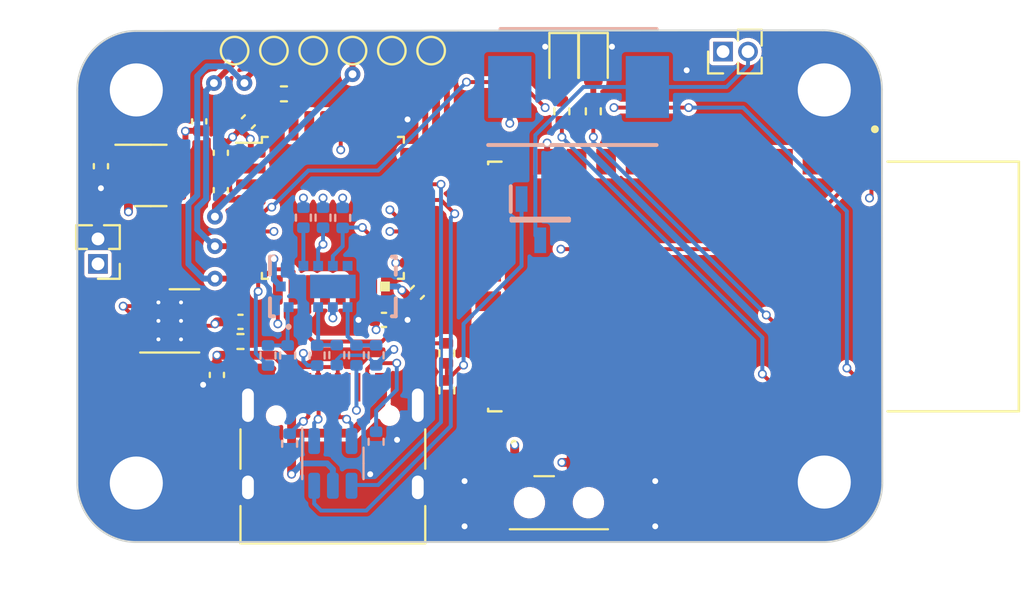
<source format=kicad_pcb>
(kicad_pcb (version 20240108) (generator "pcbnew") (generator_version "8.0")
  (layers (0 "F.Cu" signal) (1 "In1.Cu" signal) (2 "In2.Cu" signal) (31 "B.Cu" signal) (34 "B.Paste" user) (35 "F.Paste" user) (36 "B.SilkS" user "B.Silkscreen") (37 "F.SilkS" user "F.Silkscreen") (38 "B.Mask" user) (39 "F.Mask" user) (44 "Edge.Cuts" user))
  (net 0 "")
  (net 1 "GND")
  (net 2 "/STM32/NRST")
  (net 3 "+3.3V")
  (net 4 "+5V")
  (net 5 "+BATT")
  (net 6 "Net-(D501-A)")
  (net 7 "Net-(D502-A)")
  (net 8 "/MOTOR/MOTOR")
  (net 9 "/POWER/BAT")
  (net 11 "Net-(IC301-PROG)")
  (net 14 "Net-(IC401-I2C_RST_1)")
  (net 15 "Net-(IC401-INT)")
  (net 16 "Net-(IC401-LPN)")
  (net 17 "Net-(IC401-RSVD6)")
  (net 18 "/SENSORS/I2C3_SDA")
  (net 19 "/SENSORS/I2C3_SCL")
  (net 21 "Net-(J302-CC1)")
  (net 22 "Net-(J302-D+-PadA6)")
  (net 23 "Net-(J302-D--PadA7)")
  (net 25 "Net-(J302-CC2)")
  (net 27 "Net-(Q601-G)")
  (net 28 "/STM32/BOOT0")
  (net 29 "/SENSORS/TOF_INT")
  (net 30 "/SENSORS/TOF_LPn")
  (net 31 "/SENSORS/TOF_I2C_RST")
  (net 32 "/BLUETOOTH/LED_1")
  (net 33 "/BLUETOOTH/LED_2")
  (net 34 "/MOTOR/PWM")
  (net 35 "/STM32/SWCLK")
  (net 36 "/STM32/SWDIO")
  (net 39 "/BLUETOOTH/KEY")
  (net 40 "/STM32/USART2_RX")
  (net 41 "/STM32/USART2_TX")
  (net 44 "/BLUETOOTH/USART1_RX")
  (net 45 "/BLUETOOTH/USART1_TX")
  (net 46 "/POWER/USB_DM")
  (net 47 "/POWER/USB_DP")
  (footprint "TestPoint:TestPoint_Pad_D1.0mm" (layer "F.Cu") (at 65 48)
    (property "Reference" "SWDIO201" (hide yes))
    (property "Value" "TestPoint")
  )
  (footprint "Capacitor_SMD:C_0402_1005Metric" (layer "F.Cu") (at 62.6 61.7)
    (property "Reference" "C205" (hide yes))
    (property "Value" "100n")
  )
  (footprint "Connector_USB:USB_C_Receptacle_HRO_TYPE-C-31-M-12" (layer "F.Cu") (at 60 69.17)
    (property "Reference" "J302" (hide yes))
    (property "Value" "USB_C_Receptacle_USB2.0")
  )
  (footprint "Connector_PinHeader_1.27mm:PinHeader_1x02_P1.27mm_Vertical" (layer "F.Cu") (at 48.05 58.85 180)
    (property "Reference" "J301" (hide yes))
    (property "Value" "BATT")
  )
  (footprint "Capacitor_SMD:C_0402_1005Metric" (layer "F.Cu") (at 53.2 51.6 90)
    (property "Reference" "C302" (hide yes))
    (property "Value" "1u")
  )
  (footprint "Package_TO_SOT_SMD:SOT-23-5" (layer "F.Cu") (at 50.7375 54.35)
    (property "Reference" "U301" (hide yes))
    (property "Value" "BU33SD5WG-TR")
  )
  (footprint "Resistor_SMD:R_0402_1005Metric" (layer "F.Cu") (at 55.3 62.8)
    (property "Reference" "R301" (hide yes))
    (property "Value" "1.65k")
  )
  (footprint "TestPoint:TestPoint_Pad_D1.0mm" (layer "F.Cu") (at 59 48)
    (property "Reference" "GND201" (hide yes))
    (property "Value" "TestPoint")
  )
  (footprint "mod:XCVR_HC-05" (layer "F.Cu") (at 81.075 60 -90)
    (property "Reference" "U501" (hide yes))
    (property "Value" "HC-05")
  )
  (footprint "TestPoint:TestPoint_Pad_D1.0mm" (layer "F.Cu") (at 57 48)
    (property "Reference" "USART2_TX201" (hide yes))
    (property "Value" "TestPoint")
  )
  (footprint "MountingHole:MountingHole_2.7mm_M2.5_DIN965_Pad" (layer "F.Cu") (at 50 50)
    (property "Reference" "H101" (hide yes))
    (property "Value" "MountingHole_Pad")
  )
  (footprint "Connector_PinHeader_1.27mm:PinHeader_1x02_P1.27mm_Vertical" (layer "F.Cu") (at 79.85 48.05 90)
    (property "Reference" "J601" (hide yes))
    (property "Value" "MOTOR")
  )
  (footprint "Capacitor_SMD:C_0402_1005Metric" (layer "F.Cu") (at 54.3 53.2 -90)
    (property "Reference" "C202" (hide yes))
    (property "Value" "4.7u")
  )
  (footprint "Resistor_SMD:R_0402_1005Metric" (layer "F.Cu") (at 65.8 63.4 -90)
    (property "Reference" "R601" (hide yes))
    (property "Value" "22")
  )
  (footprint "Resistor_SMD:R_0402_1005Metric" (layer "F.Cu") (at 73.25 51.0875 90)
    (property "Reference" "R502" (hide yes))
    (property "Value" "820")
  )
  (footprint "mod:450404015514" (layer "F.Cu") (at 71.5 71 180)
    (property "Reference" "S**" (hide yes))
    (property "Value" "450404015514" (hide yes))
  )
  (footprint "Capacitor_SMD:C_0402_1005Metric" (layer "F.Cu") (at 64.3 60.3 45)
    (property "Reference" "C204" (hide yes))
    (property "Value" "100n")
  )
  (footprint "MountingHole:MountingHole_2.7mm_M2.5_DIN965_Pad" (layer "F.Cu") (at 85 69.95)
    (property "Reference" "H104" (hide yes))
    (property "Value" "MountingHole_Pad")
  )
  (footprint "LED_SMD:LED_0603_1608Metric" (layer "F.Cu") (at 71.75 48.5875 -90)
    (property "Reference" "D501" (hide yes))
    (property "Value" "LED")
  )
  (footprint "Package_QFP:LQFP-32_7x7mm_P0.8mm" (layer "F.Cu") (at 60 56)
    (property "Reference" "U201" (hide yes))
    (property "Value" "STM32G431KBTx")
  )
  (footprint "Capacitor_SMD:C_0402_1005Metric" (layer "F.Cu") (at 54.1 64.5 -90)
    (property "Reference" "C304" (hide yes))
    (property "Value" "220n")
  )
  (footprint "TestPoint:TestPoint_Pad_D1.0mm" (layer "F.Cu") (at 63 48)
    (property "Reference" "SWCLK201" (hide yes))
    (property "Value" "TestPoint")
  )
  (footprint "Resistor_SMD:R_0402_1005Metric" (layer "F.Cu") (at 65.8 65.29 -90)
    (property "Reference" "R602" (hide yes))
    (property "Value" "10k")
  )
  (footprint "Package_DFN_QFN:DFN-8-1EP_3x3mm_P0.5mm_EP1.65x2.38mm_ThermalVias" (layer "F.Cu") (at 51.7 61.75)
    (property "Reference" "IC301" (hide yes))
    (property "Value" "LTC4058EDD-4.2#PBF")
  )
  (footprint "Resistor_SMD:R_0402_1005Metric" (layer "F.Cu") (at 71.65 51.0875 90)
    (property "Reference" "R501" (hide yes))
    (property "Value" "820")
  )
  (footprint "Capacitor_SMD:C_0402_1005Metric" (layer "F.Cu") (at 55.3 61.8)
    (property "Reference" "C303" (hide yes))
    (property "Value" "1u")
  )
  (footprint "Capacitor_SMD:C_0402_1005Metric" (layer "F.Cu") (at 55.7 51.62 45)
    (property "Reference" "C203" (hide yes))
    (property "Value" "100n")
  )
  (footprint "Capacitor_SMD:C_0402_1005Metric" (layer "F.Cu") (at 48.2 53.88 -90)
    (property "Reference" "C301" (hide yes))
    (property "Value" "1u")
  )
  (footprint "Capacitor_SMD:C_0402_1005Metric" (layer "F.Cu") (at 54.3 55.1 -90)
    (property "Reference" "C201" (hide yes))
    (property "Value" "100n")
  )
  (footprint "LED_SMD:LED_0603_1608Metric" (layer "F.Cu") (at 73.25 48.5875 -90)
    (property "Reference" "D502" (hide yes))
    (property "Value" "LED")
  )
  (footprint "MountingHole:MountingHole_2.7mm_M2.5_DIN965_Pad" (layer "F.Cu") (at 50 70)
    (property "Reference" "H102" (hide yes))
    (property "Value" "MountingHole_Pad")
  )
  (footprint "TestPoint:TestPoint_Pad_D1.0mm" (layer "F.Cu") (at 55 48)
    (property "Reference" "USART2_RX201" (hide yes))
    (property "Value" "TestPoint")
  )
  (footprint "Resistor_SMD:R_0402_1005Metric" (layer "F.Cu") (at 57.51 50.2 180)
    (property "Reference" "R201" (hide yes))
    (property "Value" "100k")
  )
  (footprint "TestPoint:TestPoint_Pad_D1.0mm" (layer "F.Cu") (at 61 48)
    (property "Reference" "NRST201" (hide yes))
    (property "Value" "TestPoint")
  )
  (footprint "MountingHole:MountingHole_2.7mm_M2.5_DIN965_Pad" (layer "F.Cu") (at 85 50)
    (property "Reference" "H103" (hide yes))
    (property "Value" "MountingHole_Pad")
  )
  (footprint "Resistor_SMD:R_0402_1005Metric" (layer "B.Cu") (at 60.5 56.51 -90)
    (property "Reference" "R408" (hide yes))
    (property "Value" "10k")
  )
  (footprint "Resistor_SMD:R_0402_1005Metric" (layer "B.Cu") (at 59.5 56.5 -90)
    (property "Reference" "R409" (hide yes))
    (property "Value" "10k")
  )
  (footprint "Resistor_SMD:R_0402_1005Metric" (layer "B.Cu") (at 62.2 63.5 90)
    (property "Reference" "R404" (hide yes))
    (property "Value" "47k")
  )
  (footprint "Resistor_SMD:R_0402_1005Metric" (layer "B.Cu") (at 61.2 63.5 -90)
    (property "Reference" "R402" (hide yes))
    (property "Value" "1k")
  )
  (footprint "Resistor_SMD:R_0402_1005Metric" (layer "B.Cu") (at 57.8 68 -90)
    (property "Reference" "R302" (hide yes))
    (property "Value" "5.1k")
  )
  (footprint "Resistor_SMD:R_0402_1005Metric" (layer "B.Cu") (at 56.7 63.51 -90)
    (property "Reference" "R405" (hide yes))
    (property "Value" "1k")
  )
  (footprint "Resistor_SMD:R_0402_1005Metric" (layer "B.Cu") (at 57.7 63.51 -90)
    (property "Reference" "R406" (hide yes))
    (property "Value" "47k")
  )
  (footprint "mod:DIOM7959X262N" (layer "B.Cu") (at 72.5 49.85)
    (property "Reference" "D601" (hide yes))
    (property "Value" "VS-30BQ015HM3_9AT" (hide yes))
  )
  (footprint "Resistor_SMD:R_0402_1005Metric" (layer "B.Cu") (at 58.5 56.5 90)
    (property "Reference" "R407" (hide yes))
    (property "Value" "47k")
  )
  (footprint "Resistor_SMD:R_0402_1005Metric" (layer "B.Cu") (at 62.2 67.9 90)
    (property "Reference" "R303" (hide yes))
    (property "Value" "5.1k")
  )
  (footprint "mod:SOT95P237X112-3N" (layer "B.Cu") (at 70.55 56.6 -90)
    (property "Reference" "Q601" (hide yes))
    (property "Value" "SQ2310ES-T1" (hide yes))
  )
  (footprint "mod:VL53L5CX" (layer "B.Cu") (at 60 60 180)
    (property "Reference" "IC**" (hide yes))
    (property "Value" "VL53L5CX" (hide yes))
  )
  (footprint "Package_TO_SOT_SMD:SOT-23-6" (layer "B.Cu") (at 60 69 -90)
    (property "Reference" "U302" (hide yes))
    (property "Value" "WE-TVS-82400102")
  )
  (footprint "Resistor_SMD:R_0402_1005Metric" (layer "B.Cu") (at 59.2 63.51 -90)
    (property "Reference" "R401" (hide yes))
    (property "Value" "1k")
  )
  (footprint "Resistor_SMD:R_0402_1005Metric" (layer "B.Cu") (at 60.2 63.49 90)
    (property "Reference" "R403" (hide yes))
    (property "Value" "47k")
  )
  (gr_arc (start 50 73) (mid 47.87868 72.12132) (end 47 70) (stroke (width 0.1)) (layer "Edge.Cuts"))
  (gr_arc (start 47 50) (mid 47.87868 47.87868) (end 50 47) (stroke (width 0.1)) (layer "Edge.Cuts"))
  (gr_line (start 87.931725 49.978673) (end 87.95 70) (stroke (width 0.1)) (layer "Edge.Cuts"))
  (gr_arc (start 87.95 70) (mid 87.07132 72.12132) (end 84.95 73) (stroke (width 0.1)) (layer "Edge.Cuts"))
  (gr_arc (start 84.921327 46.968275) (mid 87.05 47.85) (end 87.931725 49.978673) (stroke (width 0.1)) (layer "Edge.Cuts"))
  (gr_line (start 50 47) (end 84.921327 46.968275) (stroke (width 0.1)) (layer "Edge.Cuts"))
  (gr_line (start 47 70) (end 47 50) (stroke (width 0.1)) (layer "Edge.Cuts"))
  (gr_line (start 84.95 73) (end 50 73) (stroke (width 0.1)) (layer "Edge.Cuts"))
  (segment (start 54.44 66.04) (end 54.1 65.7) (width 0.45) (layer "F.Cu") (net 1))
  (segment (start 56.75 65.125) (end 56.595 65.125) (width 0.45) (layer "F.Cu") (net 1))
  (segment (start 54.1 64.98) (end 54.1 65.7) (width 0.45) (layer "F.Cu") (net 1))
  (segment (start 63.405 65.125) (end 64.32 66.04) (width 0.45) (layer "F.Cu") (net 1))
  (segment (start 62.8 61) (end 63.08 61.28) (width 0.45) (layer "F.Cu") (net 1))
  (segment (start 56.595 65.125) (end 55.68 66.04) (width 0.45) (layer "F.Cu") (net 1))
  (segment (start 61.2 61.6) (end 61.3 61.7) (width 0.45) (layer "F.Cu") (net 1))
  (segment (start 61.2 60.175) (end 61.2 61.6) (width 0.45) (layer "F.Cu") (net 1))
  (segment (start 63.25 65.125) (end 63.405 65.125) (width 0.45) (layer "F.Cu") (net 1))
  (segment (start 63.08 61.28) (end 63.08 61.7) (width 0.45) (layer "F.Cu") (net 1))
  (segment (start 62.8 60.175) (end 62.8 61) (width 0.45) (layer "F.Cu") (net 1))
  (segment (start 55.68 66.04) (end 54.44 66.04) (width 0.45) (layer "F.Cu") (net 1))
  (via (at 48.2 55) (size 0.45) (drill 0.3) (layers "F.Cu" "B.Cu") (net 1))
  (via (at 61.3 61.7) (size 0.45) (drill 0.3) (layers "F.Cu" "B.Cu") (net 1))
  (via (at 63.8 61.7) (size 0.45) (drill 0.3) (layers "F.Cu" "B.Cu") (net 1))
  (via (at 70.8 47.8) (size 0.45) (drill 0.3) (layers "F.Cu" "B.Cu") (net 1))
  (via (at 63.8 51.5) (size 0.45) (drill 0.3) (layers "F.Cu" "B.Cu") (net 1))
  (via (at 76.4 72.2) (size 0.45) (drill 0.3) (layers "F.Cu" "B.Cu") (net 1))
  (via (at 66.7 69.9) (size 0.45) (drill 0.3) (layers "F.Cu" "B.Cu") (net 1))
  (via (at 63.266164 67.801777) (size 0.45) (drill 0.3) (layers "F.Cu" "B.Cu") (net 1))
  (via (at 74.2 47.8) (size 0.45) (drill 0.3) (layers "F.Cu" "B.Cu") (net 1))
  (via (at 76.4 69.9) (size 0.45) (drill 0.3) (layers "F.Cu" "B.Cu") (net 1))
  (via (at 66.7 72.2) (size 0.45) (drill 0.3) (layers "F.Cu" "B.Cu") (net 1))
  (via (at 78 49) (size 0.45) (drill 0.3) (layers "F.Cu" "B.Cu") (net 1))
  (via (at 61.9 69.55) (size 0.45) (drill 0.3) (layers "F.Cu" "B.Cu") (net 1))
  (via (at 53.4 65) (size 0.45) (drill 0.3) (layers "F.Cu" "B.Cu") (net 1))
  (segment (start 60 67.8625) (end 60 68.7) (width 0.2) (layer "B.Cu") (net 1))
  (segment (start 60 68.7) (end 60.4 69.1) (width 0.2) (layer "B.Cu") (net 1))
  (segment (start 61.5 61.05) (end 61.5 61.5) (width 0.45) (layer "B.Cu") (net 1))
  (segment (start 61.5 61.5) (end 61.3 61.7) (width 0.45) (layer "B.Cu") (net 1))
  (segment (start 64.32 67.28) (end 63.8 67.8) (width 0.45) (layer "B.Cu") (net 1))
  (segment (start 57.75 58.95) (end 57.75 59.25) (width 0.2) (layer "B.Cu") (net 1))
  (segment (start 57.75 59.25) (end 58.3 59.8) (width 0.2) (layer "B.Cu") (net 1))
  (segment (start 64.32 66.04) (end 64.32 67.28) (width 0.45) (layer "B.Cu") (net 1))
  (segment (start 54 55.88) (end 54.3 55.58) (width 0.3) (layer "F.Cu") (net 2))
  (segment (start 54 56.45) (end 54 55.88) (width 0.3) (layer "F.Cu") (net 2))
  (segment (start 55.805 55.58) (end 55.825 55.6) (width 0.3) (layer "F.Cu") (net 2))
  (segment (start 54.3 55.58) (end 55.805 55.58) (width 0.3) (layer "F.Cu") (net 2))
  (segment (start 61 48) (end 61 49.2) (width 0.3) (layer "F.Cu") (net 2))
  (via (at 54 56.45) (size 0.8) (drill 0.4) (layers "F.Cu" "B.Cu") (net 2))
  (via (at 61 49.2) (size 0.8) (drill 0.4) (layers "F.Cu" "B.Cu") (net 2))
  (segment (start 61 49.2) (end 54 56.2) (width 0.3) (layer "B.Cu") (net 2))
  (segment (start 54 56.2) (end 54 56.45) (width 0.3) (layer "B.Cu") (net 2))
  (segment (start 55.360589 52.060589) (end 55.8 52.5) (width 0.3) (layer "F.Cu") (net 3))
  (segment (start 55.825 52.525) (end 55.8 52.5) (width 0.3) (layer "F.Cu") (net 3))
  (segment (start 55.360589 51.959411) (end 55.360589 52.060589) (width 0.3) (layer "F.Cu") (net 3))
  (segment (start 70.9 53.65) (end 70.9 52.7) (width 0.3) (layer "F.Cu") (net 3))
  (segment (start 62.2 61.78) (end 62.12 61.7) (width 0.3) (layer "F.Cu") (net 3))
  (segment (start 52.5 52.1) (end 52.5 52.775) (width 0.3) (layer "F.Cu") (net 3))
  (segment (start 52.5 52.775) (end 51.875 53.4) (width 0.3) (layer "F.Cu") (net 3))
  (segment (start 64.175 58.8) (end 63.2 58.8) (width 0.3) (layer "F.Cu") (net 3))
  (segment (start 62 60.175) (end 62 61.58) (width 0.3) (layer "F.Cu") (net 3))
  (segment (start 63.960589 60.639411) (end 63.510589 60.189411) (width 0.45) (layer "F.Cu") (net 3))
  (segment (start 52.52 52.08) (end 52.5 52.1) (width 0.3) (layer "F.Cu") (net 3))
  (segment (start 55.340589 51.959411) (end 54.9 52.4) (width 0.3) (layer "F.Cu") (net 3))
  (segment (start 53.2 52.08) (end 52.52 52.08) (width 0.3) (layer "F.Cu") (net 3))
  (segment (start 62.2 62.2) (end 62.2 61.78) (width 0.3) (layer "F.Cu") (net 3))
  (segment (start 62 61.58) (end 62.12 61.7) (width 0.3) (layer "F.Cu") (net 3))
  (segment (start 55.825 53.2) (end 55.825 52.525) (width 0.3) (layer "F.Cu") (net 3))
  (segment (start 54.3 52.72) (end 54.58 52.72) (width 0.3) (layer "F.Cu") (net 3))
  (segment (start 54.58 52.72) (end 54.9 52.4) (width 0.3) (layer "F.Cu") (net 3))
  (segment (start 55.360589 51.959411) (end 55.340589 51.959411) (width 0.3) (layer "F.Cu") (net 3))
  (via (at 54.9 52.4) (size 0.45) (drill 0.3) (layers "F.Cu" "B.Cu") (net 3))
  (via (at 52.5 52.1) (size 0.45) (drill 0.3) (layers "F.Cu" "B.Cu") (net 3))
  (via (at 59.5 55.5) (size 0.45) (drill 0.3) (layers "F.Cu" "B.Cu") (net 3))
  (via (at 63.2 58.8) (size 0.45) (drill 0.3) (layers "F.Cu" "B.Cu") (net 3))
  (via (at 62.2 62.2) (size 0.45) (drill 0.3) (layers "F.Cu" "B.Cu") (net 3))
  (via (at 63.510589 60.189411) (size 0.45) (drill 0.3) (layers "F.Cu" "B.Cu") (net 3))
  (via (at 55.8 52.5) (size 0.45) (drill 0.3) (layers "F.Cu" "B.Cu") (net 3))
  (via (at 70.9 52.7) (size 0.45) (drill 0.3) (layers "F.Cu" "B.Cu") (net 3))
  (via (at 63.1 63.2) (size 0.45) (drill 0.3) (layers "F.Cu" "B.Cu") (net 3))
  (via (at 60 61.6) (size 0.45) (drill 0.3) (layers "F.Cu" "B.Cu") (net 3))
  (via (at 69 51.7) (size 0.45) (drill 0.3) (layers "F.Cu" "B.Cu") (net 3))
  (via (at 60.5 55.5) (size 0.45) (drill 0.3) (layers "F.Cu" "B.Cu") (net 3))
  (via (at 58.5 55.5) (size 0.45) (drill 0.3) (layers "F.Cu" "B.Cu") (net 3))
  (via (at 57 58.6) (size 0.45) (drill 0.3) (layers "F.Cu" "B.Cu") (net 3))
  (segment (start 59.5 55.99) (end 59.5 55.5) (width 0.3) (layer "B.Cu") (net 3))
  (segment (start 58.5 55.99) (end 58.5 55.5) (width 0.3) (layer "B.Cu") (net 3))
  (segment (start 62.2 64) (end 62.2 64.01) (width 0.18) (layer "B.Cu") (net 3))
  (segment (start 69 49.85) (end 69 51.7) (width 0.3) (layer "B.Cu") (net 3))
  (segment (start 63.01 63.2) (end 62.2 64.01) (width 0.3) (layer "B.Cu") (net 3))
  (segment (start 60.430001 63.5) (end 61.7 63.5) (width 0.18) (layer "B.Cu") (net 3))
  (segment (start 57.35 60) (end 57 59.65) (width 0.3) (layer "B.Cu") (net 3))
  (segment (start 61.7 63.5) (end 62.2 64) (width 0.18) (layer "B.Cu") (net 3))
  (segment (start 63.321178 60) (end 62.65 60) (width 0.3) (layer "B.Cu") (net 3))
  (segment (start 57 59.65) (end 57 58.6) (width 0.3) (layer "B.Cu") (net 3))
  (segment (start 63.1 63.2) (end 63.01 63.2) (width 0.3) (layer "B.Cu") (net 3))
  (segment (start 60 61.6) (end 60 61.05) (width 0.3) (layer "B.Cu") (net 3))
  (segment (start 63.510589 60.189411) (end 63.321178 60) (width 0.3) (layer "B.Cu") (net 3))
  (segment (start 60.2 64) (end 60.2 63.730001) (width 0.18) (layer "B.Cu") (net 3))
  (segment (start 60.2 63.730001) (end 60.430001 63.5) (width 0.18) (layer "B.Cu") (net 3))
  (segment (start 60.5 56) (end 60.5 55.5) (width 0.3) (layer "B.Cu") (net 3))
  (segment (start 57.55 65.125) (end 57.55 63.95) (width 0.45) (layer "F.Cu") (net 4))
  (segment (start 57.55 65.94934) (end 57.55 65.125) (width 0.45) (layer "F.Cu") (net 4))
  (segment (start 57.1 63.5) (end 54.1 63.5) (width 0.45) (layer "F.Cu") (net 4))
  (segment (start 60.936942 67.462398) (end 62.45 65.94934) (width 0.45) (layer "F.Cu") (net 4))
  (segment (start 53.15 62) (end 53.9 62) (width 0.2) (layer "F.Cu") (net 4))
  (segment (start 57.96282 67.462398) (end 60.936942 67.462398) (width 0.45) (layer "F.Cu") (net 4))
  (segment (start 57.900422 69.55) (end 57.900422 66.299762) (width 0.45) (layer "F.Cu") (net 4))
  (segment (start 54.1 63.5) (end 54.1 64.02) (width 0.45) (layer "F.Cu") (net 4))
  (segment (start 62.45 65.94934) (end 62.45 65.125) (width 0.45) (layer "F.Cu") (net 4))
  (segment (start 57.900422 67.4) (end 57.96282 67.462398) (width 0.45) (layer "F.Cu") (net 4))
  (segment (start 57.900422 66.299762) (end 57.55 65.94934) (width 0.45) (layer "F.Cu") (net 4))
  (segment (start 54.1 61.8) (end 54 61.9) (width 0.45) (layer "F.Cu") (net 4))
  (segment (start 54.82 61.8) (end 54.1 61.8) (width 0.45) (layer "F.Cu") (net 4))
  (segment (start 57.55 63.95) (end 57.1 63.5) (width 0.45) (layer "F.Cu") (net 4))
  (segment (start 53.9 62) (end 54 61.9) (width 0.2) (layer "F.Cu") (net 4))
  (via (at 54 61.9) (size 0.45) (drill 0.3) (layers "F.Cu" "B.Cu") (net 4))
  (via (at 57.900422 69.55) (size 0.45) (drill 0.3) (layers "F.Cu" "B.Cu") (net 4))
  (via (at 54.1 63.5) (size 0.45) (drill 0.3) (layers "F.Cu" "B.Cu") (net 4))
  (segment (start 60 69.3) (end 60 70.1375) (width 0.3) (layer "B.Cu") (net 4))
  (segment (start 59.7 69) (end 60 69.3) (width 0.3) (layer "B.Cu") (net 4))
  (segment (start 57.900422 69.55) (end 58.450422 69) (width 0.3) (layer "B.Cu") (net 4))
  (segment (start 58.450422 69) (end 59.7 69) (width 0.3) (layer "B.Cu") (net 4))
  (segment (start 48.2 53.4) (end 49.6 53.4) (width 0.3) (layer "F.Cu") (net 5))
  (segment (start 50.5 55.3) (end 49.6 55.3) (width 0.3) (layer "F.Cu") (net 5))
  (segment (start 49.6 56.2) (end 49.6 55.3) (width 0.45) (layer "F.Cu") (net 5))
  (segment (start 69.25 68.95) (end 69.25 68.07) (width 0.45) (layer "F.Cu") (net 5))
  (segment (start 50.5 53.4) (end 50.7 53.6) (width 0.3) (layer "F.Cu") (net 5))
  (segment (start 50.7 53.6) (end 50.7 55.1) (width 0.3) (layer "F.Cu") (net 5))
  (segment (start 50.7 55.1) (end 50.5 55.3) (width 0.3) (layer "F.Cu") (net 5))
  (segment (start 49.6 53.4) (end 50.5 53.4) (width 0.3) (layer "F.Cu") (net 5))
  (via (at 69.25 68.07) (size 0.45) (drill 0.3) (layers "F.Cu" "B.Cu") (net 5))
  (via (at 49.6 56.2) (size 0.45) (drill 0.3) (layers "F.Cu" "B.Cu") (net 5))
  (segment (start 71.65 49.475) (end 71.75 49.375) (width 0.3) (layer "F.Cu") (net 6))
  (segment (start 71.65 50.5775) (end 71.65 49.475) (width 0.3) (layer "F.Cu") (net 6))
  (segment (start 73.25 50.5775) (end 73.25 49.375) (width 0.3) (layer "F.Cu") (net 7))
  (segment (start 80.027106 49.85) (end 81.12 48.757106) (width 0.2) (layer "B.Cu") (net 8))
  (segment (start 70.55 57.65) (end 70.3 57.4) (width 0.2) (layer "B.Cu") (net 8))
  (segment (start 72.75 49.85) (end 76 49.85) (width 0.2) (layer "B.Cu") (net 8))
  (segment (start 70.3 52.3) (end 72.75 49.85) (width 0.2) (layer "B.Cu") (net 8))
  (segment (start 76 49.85) (end 80.027106 49.85) (width 0.2) (layer "B.Cu") (net 8))
  (segment (start 76 49.85) (end 76 49.871752) (width 0.2) (layer "B.Cu") (net 8))
  (segment (start 70.3 57.4) (end 70.3 52.3) (width 0.2) (layer "B.Cu") (net 8))
  (segment (start 81.12 48.757106) (end 81.12 48.05) (width 0.2) (layer "B.Cu") (net 8))
  (segment (start 50.25 61.5) (end 49.83 61.5) (width 0.2) (layer "F.Cu") (net 9))
  (segment (start 50.25 61) (end 49.33 61) (width 0.2) (layer "F.Cu") (net 9))
  (segment (start 49.83 61.5) (end 49.33 61) (width 0.2) (layer "F.Cu") (net 9))
  (segment (start 72.25 68.95) (end 71.65 68.95) (width 0.45) (layer "F.Cu") (net 9))
  (segment (start 50.25 61) (end 50.25 61.5) (width 0.2) (layer "F.Cu") (net 9))
  (via (at 49.33 61) (size 0.45) (drill 0.3) (layers "F.Cu" "B.Cu") (net 9))
  (via (at 71.65 68.95) (size 0.45) (drill 0.3) (layers "F.Cu" "B.Cu") (net 9))
  (segment (start 54.79 62.71) (end 54.8 62.7) (width 0.3) (layer "F.Cu") (net 11))
  (segment (start 53.15 62.5) (end 54.49 62.5) (width 0.2) (layer "F.Cu") (net 11))
  (segment (start 54.49 62.5) (end 54.79 62.8) (width 0.2) (layer "F.Cu") (net 11))
  (segment (start 54.79 62.8) (end 54.79 62.71) (width 0.3) (layer "F.Cu") (net 11))
  (segment (start 56.7 63) (end 57.7 63) (width 0.2) (layer "B.Cu") (net 14))
  (segment (start 57.7 61.1) (end 57.75 61.1) (width 0.2) (layer "B.Cu") (net 14))
  (segment (start 57.7 63) (end 57.7 61.1) (width 0.2) (layer "B.Cu") (net 14))
  (segment (start 59.25 61.05) (end 59.25 62.95) (width 0.2) (layer "B.Cu") (net 15))
  (segment (start 59.22 62.98) (end 59.2 63) (width 0.2) (layer "B.Cu") (net 15))
  (segment (start 59.25 62.95) (end 59.2 63) (width 0.2) (layer "B.Cu") (net 15))
  (segment (start 60.2 62.98) (end 59.22 62.98) (width 0.2) (layer "B.Cu") (net 15))
  (segment (start 60.75 62.54) (end 60.75 61.05) (width 0.2) (layer "B.Cu") (net 16))
  (segment (start 62.2 62.99) (end 61.2 62.99) (width 0.2) (layer "B.Cu") (net 16))
  (segment (start 61.2 62.99) (end 60.75 62.54) (width 0.2) (layer "B.Cu") (net 16))
  (segment (start 58.5 58.95) (end 58.5 57.01) (width 0.2) (layer "B.Cu") (net 17))
  (segment (start 60.4 51.825) (end 60.4 53.05) (width 0.2) (layer "F.Cu") (net 18))
  (via (at 60.4 53.05) (size 0.45) (drill 0.3) (layers "F.Cu" "B.Cu") (net 18))
  (via (at 59.5 57.85) (size 0.45) (drill 0.3) (layers "F.Cu" "B.Cu") (net 18))
  (segment (start 59.5 57.85) (end 59.25 58.1) (width 0.2) (layer "B.Cu") (net 18))
  (segment (start 59.25 58.1) (end 59.25 58.95) (width 0.2) (layer "B.Cu") (net 18))
  (segment (start 59.5 57.01) (end 59.5 57.85) (width 0.2) (layer "B.Cu") (net 18))
  (segment (start 64.175 58) (end 62.5 58) (width 0.2) (layer "F.Cu") (net 19))
  (segment (start 62.5 58) (end 61.5 57) (width 0.2) (layer "F.Cu") (net 19))
  (via (at 61.5 57) (size 0.45) (drill 0.3) (layers "F.Cu" "B.Cu") (net 19))
  (segment (start 60.52 57) (end 60.5 57.02) (width 0.2) (layer "B.Cu") (net 19))
  (segment (start 60 58.45) (end 60 58.95) (width 0.2) (layer "B.Cu") (net 19))
  (segment (start 60.5 57.95) (end 60 58.45) (width 0.2) (layer "B.Cu") (net 19))
  (segment (start 61.5 57) (end 60.52 57) (width 0.2) (layer "B.Cu") (net 19))
  (segment (start 60.5 57.02) (end 60.5 57.95) (width 0.2) (layer "B.Cu") (net 19))
  (segment (start 58.75 66.61282) (end 58.500422 66.862398) (width 0.2) (layer "F.Cu") (net 21))
  (segment (start 58.75 65.125) (end 58.75 66.61282) (width 0.2) (layer "F.Cu") (net 21))
  (via (at 58.500422 66.862398) (size 0.45) (drill 0.3) (layers "F.Cu" "B.Cu") (net 21))
  (segment (start 58.500422 66.862398) (end 58.427602 66.862398) (width 0.2) (layer "B.Cu") (net 21))
  (segment (start 58.427602 66.862398) (end 57.8 67.49) (width 0.2) (layer "B.Cu") (net 21))
  (segment (start 60.75 65.125) (end 60.75 65.95) (width 0.2) (layer "F.Cu") (net 22))
  (segment (start 59.75 66.1) (end 59.75 65.125) (width 0.2) (layer "F.Cu") (net 22))
  (segment (start 60.3 66.65) (end 59.75 66.1) (width 0.2) (layer "F.Cu") (net 22))
  (segment (start 60.7 66.75) (end 60.6 66.65) (width 0.2) (layer "F.Cu") (net 22))
  (segment (start 60.3 66.4) (end 60.3 66.65) (width 0.2) (layer "F.Cu") (net 22))
  (segment (start 60.75 65.95) (end 60.3 66.4) (width 0.2) (layer "F.Cu") (net 22))
  (segment (start 60.6 66.65) (end 60.3 66.65) (width 0.2) (layer "F.Cu") (net 22))
  (via (at 60.7 66.75) (size 0.45) (drill 0.3) (layers "F.Cu" "B.Cu") (net 22))
  (segment (start 60.95 67.8625) (end 60.95 67) (width 0.2) (layer "B.Cu") (net 22))
  (segment (start 60.95 67) (end 60.7 66.75) (width 0.2) (layer "B.Cu") (net 22))
  (segment (start 59.3 64.1) (end 60.2 64.1) (width 0.2) (layer "F.Cu") (net 23))
  (segment (start 60.25 64.15) (end 60.25 65.125) (width 0.2) (layer "F.Cu") (net 23))
  (segment (start 59.25 66.75) (end 59.275 66.725) (width 0.2) (layer "F.Cu") (net 23))
  (segment (start 59.275 65.15) (end 59.25 65.125) (width 0.2) (layer "F.Cu") (net 23))
  (segment (start 60.2 64.1) (end 60.25 64.15) (width 0.2) (layer "F.Cu") (net 23))
  (segment (start 59.25 64.15) (end 59.3 64.1) (width 0.2) (layer "F.Cu") (net 23))
  (segment (start 59.25 65.125) (end 59.25 64.15) (width 0.2) (layer "F.Cu") (net 23))
  (segment (start 59.275 66.725) (end 59.275 65.15) (width 0.2) (layer "F.Cu") (net 23))
  (via (at 59.25 66.75) (size 0.45) (drill 0.3) (layers "F.Cu" "B.Cu") (net 23))
  (segment (start 59.05 67.8625) (end 59.05 66.95) (width 0.2) (layer "B.Cu") (net 23))
  (segment (start 59.05 66.95) (end 59.25 66.75) (width 0.2) (layer "B.Cu") (net 23))
  (segment (start 62.05 63.9) (end 63.25 63.9) (width 0.2) (layer "F.Cu") (net 25))
  (segment (start 61.75 65.125) (end 61.75 64.2) (width 0.2) (layer "F.Cu") (net 25))
  (segment (start 61.75 64.2) (end 62.05 63.9) (width 0.2) (layer "F.Cu") (net 25))
  (via (at 63.25 63.9) (size 0.45) (drill 0.3) (layers "F.Cu" "B.Cu") (net 25))
  (segment (start 62.2 66.305406) (end 62.2 67.39) (width 0.2) (layer "B.Cu") (net 25))
  (segment (start 63.25 63.9) (end 63.25 65.255406) (width 0.2) (layer "B.Cu") (net 25))
  (segment (start 63.25 65.255406) (end 62.2 66.305406) (width 0.2) (layer "B.Cu") (net 25))
  (segment (start 66.649 64) (end 66.58 64) (width 0.2) (layer "F.Cu") (net 27))
  (segment (start 65.8 64.78) (end 65.8 63.91) (width 0.2) (layer "F.Cu") (net 27))
  (segment (start 66.58 64) (end 65.8 64.78) (width 0.2) (layer "F.Cu") (net 27))
  (via (at 66.649 64) (size 0.45) (drill 0.3) (layers "F.Cu" "B.Cu") (net 27))
  (segment (start 66.649 64) (end 66.649 61.901) (width 0.2) (layer "B.Cu") (net 27))
  (segment (start 69.6 58.95) (end 69.6 55.55) (width 0.2) (layer "B.Cu") (net 27))
  (segment (start 66.649 61.901) (end 69.6 58.95) (width 0.2) (layer "B.Cu") (net 27))
  (segment (start 58.02 51.805) (end 58 51.825) (width 0.3) (layer "F.Cu") (net 28))
  (segment (start 58.02 50.2) (end 58.02 51.805) (width 0.3) (layer "F.Cu") (net 28))
  (segment (start 55.825 57.2) (end 57 57.2) (width 0.2) (layer "F.Cu") (net 29))
  (via (at 57 57.2) (size 0.45) (drill 0.3) (layers "F.Cu" "B.Cu") (net 29))
  (via (at 58.5 63.4) (size 0.45) (drill 0.3) (layers "F.Cu" "B.Cu") (net 29))
  (segment (start 58.5 63.4) (end 58.5 63.8) (width 0.2) (layer "B.Cu") (net 29))
  (segment (start 58.5 63.8) (end 58.72 64.02) (width 0.2) (layer "B.Cu") (net 29))
  (segment (start 58.72 64.02) (end 59.2 64.02) (width 0.2) (layer "B.Cu") (net 29))
  (segment (start 57.2 61.9) (end 57.2 60.175) (width 0.2) (layer "F.Cu") (net 30))
  (via (at 61.2 66.3) (size 0.45) (drill 0.3) (layers "F.Cu" "B.Cu") (net 30))
  (via (at 57.2 61.9) (size 0.45) (drill 0.3) (layers "F.Cu" "B.Cu") (net 30))
  (segment (start 61.2 64.6) (end 61.2 66.3) (width 0.2) (layer "B.Cu") (net 30))
  (segment (start 61.2 64.01) (end 61.2 64.6) (width 0.2) (layer "B.Cu") (net 30))
  (segment (start 56.2 59.823959) (end 56.898959 59.125) (width 0.2) (layer "F.Cu") (net 31))
  (segment (start 58 59.25) (end 58 60.175) (width 0.2) (layer "F.Cu") (net 31))
  (segment (start 56.898959 59.125) (end 57.875 59.125) (width 0.2) (layer "F.Cu") (net 31))
  (segment (start 57.875 59.125) (end 58 59.25) (width 0.2) (layer "F.Cu") (net 31))
  (segment (start 56.2 60.25) (end 56.2 59.823959) (width 0.2) (layer "F.Cu") (net 31))
  (via (at 56.2 60.25) (size 0.45) (drill 0.3) (layers "F.Cu" "B.Cu") (net 31))
  (segment (start 56.7 64.02) (end 56.08 63.4) (width 0.2) (layer "B.Cu") (net 31))
  (segment (start 56.08 60.37) (end 56.2 60.25) (width 0.2) (layer "B.Cu") (net 31))
  (segment (start 56.08 63.4) (end 56.08 60.37) (width 0.2) (layer "B.Cu") (net 31))
  (segment (start 82.9 66.35) (end 82.9 65.5) (width 0.2) (layer "F.Cu") (net 32))
  (segment (start 71.65 52.4) (end 71.65 51.5975) (width 0.2) (layer "F.Cu") (net 32))
  (segment (start 82.9 65.5) (end 81.85 64.45) (width 0.2) (layer "F.Cu") (net 32))
  (via (at 71.65 52.4) (size 0.45) (drill 0.3) (layers "F.Cu" "B.Cu") (net 32))
  (via (at 81.85 64.45) (size 0.45) (drill 0.3) (layers "F.Cu" "B.Cu") (net 32))
  (segment (start 81.85 64.45) (end 81.85 62.6) (width 0.2) (layer "B.Cu") (net 32))
  (segment (start 81.85 62.6) (end 71.65 52.4) (width 0.2) (layer "B.Cu") (net 32))
  (segment (start 84.4 66.35) (end 84.4 63.8) (width 0.2) (layer "F.Cu") (net 33))
  (segment (start 84.4 63.8) (end 82.05 61.45) (width 0.2) (layer "F.Cu") (net 33))
  (segment (start 73.25 52.4) (end 73.25 51.5975) (width 0.2) (layer "F.Cu") (net 33))
  (via (at 73.25 52.4) (size 0.45) (drill 0.3) (layers "F.Cu" "B.Cu") (net 33))
  (via (at 82.05 61.45) (size 0.45) (drill 0.3) (layers "F.Cu" "B.Cu") (net 33))
  (segment (start 82.05 61.45) (end 73.25 52.65) (width 0.2) (layer "B.Cu") (net 33))
  (segment (start 73.25 52.65) (end 73.25 52.4) (width 0.2) (layer "B.Cu") (net 33))
  (segment (start 58.6 61.492463) (end 58.8 61.292463) (width 0.2) (layer "F.Cu") (net 34))
  (segment (start 62.5 62.8) (end 62.8 62.5) (width 0.2) (layer "F.Cu") (net 34))
  (segment (start 64.89 62.89) (end 65.8 62.89) (width 0.2) (layer "F.Cu") (net 34))
  (segment (start 58.6 62.4) (end 59 62.8) (width 0.2) (layer "F.Cu") (net 34))
  (segment (start 64.5 62.5) (end 64.89 62.89) (width 0.2) (layer "F.Cu") (net 34))
  (segment (start 58.6 62.4) (end 58.6 61.492463) (width 0.2) (layer "F.Cu") (net 34))
  (segment (start 58.8 61.292463) (end 58.8 60.175) (width 0.2) (layer "F.Cu") (net 34))
  (segment (start 62.8 62.5) (end 64.5 62.5) (width 0.2) (layer "F.Cu") (net 34))
  (segment (start 59 62.8) (end 62.5 62.8) (width 0.2) (layer "F.Cu") (net 34))
  (segment (start 63 48) (end 64.7 49.7) (width 0.3) (layer "F.Cu") (net 35))
  (segment (start 64.7 49.7) (end 64.7 52.675) (width 0.3) (layer "F.Cu") (net 35))
  (segment (start 64.7 52.675) (end 64.175 53.2) (width 0.3) (layer "F.Cu") (net 35))
  (segment (start 65.8 53.5) (end 65.3 54) (width 0.3) (layer "F.Cu") (net 36))
  (segment (start 65.8 48.8) (end 65.8 53.5) (width 0.3) (layer "F.Cu") (net 36))
  (segment (start 65 48) (end 65.8 48.8) (width 0.3) (layer "F.Cu") (net 36))
  (segment (start 65.3 54) (end 64.175 54) (width 0.3) (layer "F.Cu") (net 36))
  (segment (start 56.74399 55.964804) (end 56.608794 56.1) (width 0.2) (layer "F.Cu") (net 39))
  (segment (start 87.4 66.35) (end 87.4 65.4) (width 0.2) (layer "F.Cu") (net 39))
  (segment (start 56.608794 56.1) (end 56.60533 56.1) (width 0.2) (layer "F.Cu") (net 39))
  (segment (start 87.4 65.4) (end 86.15 64.15) (width 0.2) (layer "F.Cu") (net 39))
  (segment (start 70.8 50.9) (end 69.5 49.6) (width 0.2) (layer "F.Cu") (net 39))
  (segment (start 56.60533 56.1) (end 56.30533 56.4) (width 0.2) (layer "F.Cu") (net 39))
  (segment (start 78.1 50.9) (end 74.3 50.9) (width 0.2) (layer "F.Cu") (net 39))
  (segment (start 56.30533 56.4) (end 55.825 56.4) (width 0.2) (layer "F.Cu") (net 39))
  (segment (start 69.5 49.6) (end 66.8 49.6) (width 0.2) (layer "F.Cu") (net 39))
  (segment (start 56.890444 55.964804) (end 56.74399 55.964804) (width 0.2) (layer "F.Cu") (net 39))
  (via (at 56.890444 55.964804) (size 0.45) (drill 0.3) (layers "F.Cu" "B.Cu") (net 39))
  (via (at 86.15 64.15) (size 0.45) (drill 0.3) (layers "F.Cu" "B.Cu") (net 39))
  (via (at 74.3 50.9) (size 0.45) (drill 0.3) (layers "F.Cu" "B.Cu") (net 39))
  (via (at 66.8 49.6) (size 0.45) (drill 0.3) (layers "F.Cu" "B.Cu") (net 39))
  (via (at 70.8 50.9) (size 0.45) (drill 0.3) (layers "F.Cu" "B.Cu") (net 39))
  (via (at 78.1 50.9) (size 0.45) (drill 0.3) (layers "F.Cu" "B.Cu") (net 39))
  (segment (start 62.3 54.1) (end 66.8 49.6) (width 0.2) (layer "B.Cu") (net 39))
  (segment (start 86.15 64.15) (end 86.15 56.17792) (width 0.2) (layer "B.Cu") (net 39))
  (segment (start 80.87208 50.9) (end 78.1 50.9) (width 0.2) (layer "B.Cu") (net 39))
  (segment (start 56.890444 55.964804) (end 58.755248 54.1) (width 0.2) (layer "B.Cu") (net 39))
  (segment (start 86.15 56.17792) (end 80.87208 50.9) (width 0.2) (layer "B.Cu") (net 39))
  (segment (start 58.755248 54.1) (end 62.3 54.1) (width 0.2) (layer "B.Cu") (net 39))
  (segment (start 55 48.6) (end 53.95 49.65) (width 0.3) (layer "F.Cu") (net 40))
  (segment (start 54 57.95) (end 55.775 57.95) (width 0.3) (layer "F.Cu") (net 40))
  (segment (start 55.775 57.95) (end 55.825 58) (width 0.3) (layer "F.Cu") (net 40))
  (segment (start 55 48) (end 55 48.6) (width 0.3) (layer "F.Cu") (net 40))
  (via (at 53.95 49.65) (size 0.8) (drill 0.4) (layers "F.Cu" "B.Cu") (net 40))
  (via (at 54 57.95) (size 0.8) (drill 0.4) (layers "F.Cu" "B.Cu") (net 40))
  (segment (start 53.1 57.1) (end 53.95 57.95) (width 0.3) (layer "B.Cu") (net 40))
  (segment (start 53.55 55.55) (end 53.1 56) (width 0.3) (layer "B.Cu") (net 40))
  (segment (start 53.1 56) (end 53.1 57.1) (width 0.3) (layer "B.Cu") (net 40))
  (segment (start 53.95 57.95) (end 54 57.95) (width 0.3) (layer "B.Cu") (net 40))
  (segment (start 53.95 49.65) (end 53.55 50.05) (width 0.3) (layer "B.Cu") (net 40))
  (segment (start 53.55 50.05) (end 53.55 55.55) (width 0.3) (layer "B.Cu") (net 40))
  (segment (start 55.5 49.5) (end 55.5 49.65) (width 0.3) (layer "F.Cu") (net 41))
  (segment (start 55.025 59.6) (end 55.825 58.8) (width 0.3) (layer "F.Cu") (net 41))
  (segment (start 54 59.6) (end 55.025 59.6) (width 0.3) (layer "F.Cu") (net 41))
  (segment (start 57 48) (end 55.5 49.5) (width 0.3) (layer "F.Cu") (net 41))
  (via (at 55.5 49.65) (size 0.8) (drill 0.4) (layers "F.Cu" "B.Cu") (net 41))
  (via (at 54 59.6) (size 0.8) (drill 0.4) (layers "F.Cu" "B.Cu") (net 41))
  (segment (start 53.597918 48.8) (end 54.65 48.8) (width 0.3) (layer "B.Cu") (net 41))
  (segment (start 53.1 55.363604) (end 53.1 49.297918) (width 0.3) (layer "B.Cu") (net 41))
  (segment (start 53.1 49.297918) (end 53.597918 48.8) (width 0.3) (layer "B.Cu") (net 41))
  (segment (start 53.4 59.6) (end 52.65 58.85) (width 0.3) (layer "B.Cu") (net 41))
  (segment (start 54 59.6) (end 53.4 59.6) (width 0.3) (layer "B.Cu") (net 41))
  (segment (start 54.65 48.8) (end 55.5 49.65) (width 0.3) (layer "B.Cu") (net 41))
  (segment (start 52.65 55.813604) (end 53.1 55.363604) (width 0.3) (layer "B.Cu") (net 41))
  (segment (start 52.65 58.85) (end 52.65 55.813604) (width 0.3) (layer "B.Cu") (net 41))
  (segment (start 71.6 58.1) (end 82.9 58.1) (width 0.2) (layer "F.Cu") (net 44))
  (segment (start 62.9 57.2) (end 64.175 57.2) (width 0.2) (layer "F.Cu") (net 44))
  (segment (start 85.9 55.1) (end 85.9 53.65) (width 0.2) (layer "F.Cu") (net 44))
  (segment (start 82.9 58.1) (end 85.9 55.1) (width 0.2) (layer "F.Cu") (net 44))
  (via (at 71.6 58.1) (size 0.45) (drill 0.3) (layers "F.Cu" "B.Cu") (net 44))
  (via (at 62.9 57.2) (size 0.45) (drill 0.3) (layers "F.Cu" "B.Cu") (net 44))
  (segment (start 63.2 56.4) (end 64.175 56.4) (width 0.2) (layer "F.Cu") (net 45))
  (segment (start 87.4 55.4) (end 87.4 53.65) (width 0.2) (layer "F.Cu") (net 45))
  (segment (start 62.9 56.1) (end 63.2 56.4) (width 0.2) (layer "F.Cu") (net 45))
  (segment (start 87.3 55.5) (end 87.4 55.4) (width 0.2) (layer "F.Cu") (net 45))
  (via (at 87.3 55.5) (size 0.45) (drill 0.3) (layers "F.Cu" "B.Cu") (net 45))
  (via (at 62.9 56.1) (size 0.45) (drill 0.3) (layers "F.Cu" "B.Cu") (net 45))
  (segment (start 66.2 56.3) (end 65.5 55.6) (width 0.2) (layer "F.Cu") (net 46))
  (segment (start 65.5 55.6) (end 64.175 55.6) (width 0.2) (layer "F.Cu") (net 46))
  (via (at 66.2 56.3) (size 0.45) (drill 0.3) (layers "F.Cu" "B.Cu") (net 46))
  (segment (start 66.2 56.3) (end 66 56.5) (width 0.2) (layer "B.Cu") (net 46))
  (segment (start 66 56.5) (end 66 67.1) (width 0.2) (layer "B.Cu") (net 46))
  (segment (start 59.05 71.05) (end 59.05 70.1375) (width 0.2) (layer "B.Cu") (net 46))
  (segment (start 66 67.1) (end 61.7 71.4) (width 0.2) (layer "B.Cu") (net 46))
  (segment (start 61.7 71.4) (end 59.4 71.4) (width 0.2) (layer "B.Cu") (net 46))
  (segment (start 59.4 71.4) (end 59.05 71.05) (width 0.2) (layer "B.Cu") (net 46))
  (segment (start 64.175 54.8) (end 65.5 54.8) (width 0.2) (layer "F.Cu") (net 47))
  (via (at 65.5 54.8) (size 0.45) (drill 0.3) (layers "F.Cu" "B.Cu") (net 47))
  (segment (start 60.9875 70.1) (end 60.95 70.1375) (width 0.2) (layer "B.Cu") (net 47))
  (segment (start 65.5 54.8) (end 65.5 66.9) (width 0.2) (layer "B.Cu") (net 47))
  (segment (start 62.3 70.1) (end 60.9875 70.1) (width 0.2) (layer "B.Cu") (net 47))
  (segment (start 65.5 66.9) (end 62.3 70.1) (width 0.2) (layer "B.Cu") (net 47))
  (zone (net 1) (net_name "GND") (layer "F.Cu") (connect_pads yes (clearance 0.2)) (min_thickness 0.2) (fill yes (thermal_gap 0.5) (thermal_bridge_width 0.5))
    (polygon (pts (xy 47 47) (xy 88 47) (xy 88 73) (xy 47 73)))
  )
  (zone (net 1) (net_name "GND") (layer "B.Cu") (priority 1) (connect_pads yes (clearance 0.2)) (min_thickness 0.2) (fill yes (thermal_gap 0.5) (thermal_bridge_width 0.5))
    (polygon (pts (xy 47 47) (xy 88 47) (xy 88 73) (xy 47 73)))
  )
  (zone (net 0) (net_name "") (layer "B.Cu") (connect_pads (clearance 0)) (min_thickness 0.2)
    (keepout (tracks not_allowed) (vias not_allowed) (pads not_allowed) (copperpour not_allowed) (footprints allowed))
    (fill (thermal_gap 0.5) (thermal_bridge_width 0.5))
    (polygon (pts (xy 63.8 65.7) (xy 63.8 66.3) (xy 63.3 66.3) (xy 62.9 66) (xy 63.2 65.6)))
  )
)
</source>
